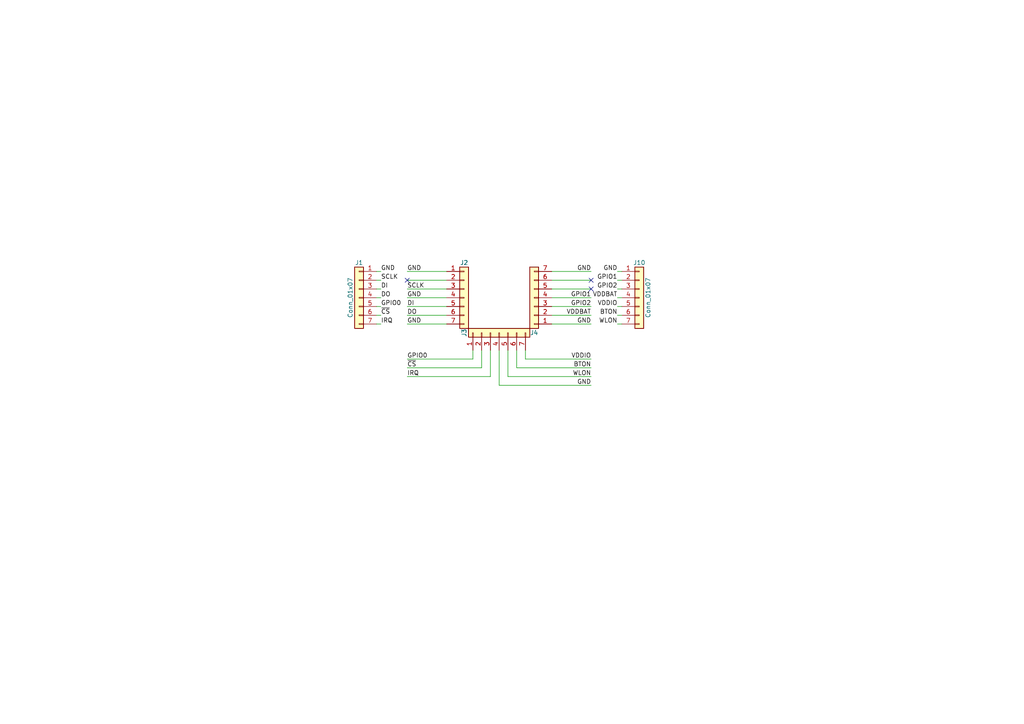
<source format=kicad_sch>
(kicad_sch (version 20211123) (generator eeschema)

  (uuid e63e39d7-6ac0-4ffd-8aa3-1841a4541b55)

  (paper "A4")

  (lib_symbols
    (symbol "Connector_Generic:Conn_01x07" (pin_names (offset 1.016) hide) (in_bom yes) (on_board yes)
      (property "Reference" "J" (id 0) (at 0 10.16 0)
        (effects (font (size 1.27 1.27)))
      )
      (property "Value" "Conn_01x07" (id 1) (at 0 -10.16 0)
        (effects (font (size 1.27 1.27)))
      )
      (property "Footprint" "" (id 2) (at 0 0 0)
        (effects (font (size 1.27 1.27)) hide)
      )
      (property "Datasheet" "~" (id 3) (at 0 0 0)
        (effects (font (size 1.27 1.27)) hide)
      )
      (property "ki_keywords" "connector" (id 4) (at 0 0 0)
        (effects (font (size 1.27 1.27)) hide)
      )
      (property "ki_description" "Generic connector, single row, 01x07, script generated (kicad-library-utils/schlib/autogen/connector/)" (id 5) (at 0 0 0)
        (effects (font (size 1.27 1.27)) hide)
      )
      (property "ki_fp_filters" "Connector*:*_1x??_*" (id 6) (at 0 0 0)
        (effects (font (size 1.27 1.27)) hide)
      )
      (symbol "Conn_01x07_1_1"
        (rectangle (start -1.27 -7.493) (end 0 -7.747)
          (stroke (width 0.1524) (type default) (color 0 0 0 0))
          (fill (type none))
        )
        (rectangle (start -1.27 -4.953) (end 0 -5.207)
          (stroke (width 0.1524) (type default) (color 0 0 0 0))
          (fill (type none))
        )
        (rectangle (start -1.27 -2.413) (end 0 -2.667)
          (stroke (width 0.1524) (type default) (color 0 0 0 0))
          (fill (type none))
        )
        (rectangle (start -1.27 0.127) (end 0 -0.127)
          (stroke (width 0.1524) (type default) (color 0 0 0 0))
          (fill (type none))
        )
        (rectangle (start -1.27 2.667) (end 0 2.413)
          (stroke (width 0.1524) (type default) (color 0 0 0 0))
          (fill (type none))
        )
        (rectangle (start -1.27 5.207) (end 0 4.953)
          (stroke (width 0.1524) (type default) (color 0 0 0 0))
          (fill (type none))
        )
        (rectangle (start -1.27 7.747) (end 0 7.493)
          (stroke (width 0.1524) (type default) (color 0 0 0 0))
          (fill (type none))
        )
        (rectangle (start -1.27 8.89) (end 1.27 -8.89)
          (stroke (width 0.254) (type default) (color 0 0 0 0))
          (fill (type background))
        )
        (pin passive line (at -5.08 7.62 0) (length 3.81)
          (name "Pin_1" (effects (font (size 1.27 1.27))))
          (number "1" (effects (font (size 1.27 1.27))))
        )
        (pin passive line (at -5.08 5.08 0) (length 3.81)
          (name "Pin_2" (effects (font (size 1.27 1.27))))
          (number "2" (effects (font (size 1.27 1.27))))
        )
        (pin passive line (at -5.08 2.54 0) (length 3.81)
          (name "Pin_3" (effects (font (size 1.27 1.27))))
          (number "3" (effects (font (size 1.27 1.27))))
        )
        (pin passive line (at -5.08 0 0) (length 3.81)
          (name "Pin_4" (effects (font (size 1.27 1.27))))
          (number "4" (effects (font (size 1.27 1.27))))
        )
        (pin passive line (at -5.08 -2.54 0) (length 3.81)
          (name "Pin_5" (effects (font (size 1.27 1.27))))
          (number "5" (effects (font (size 1.27 1.27))))
        )
        (pin passive line (at -5.08 -5.08 0) (length 3.81)
          (name "Pin_6" (effects (font (size 1.27 1.27))))
          (number "6" (effects (font (size 1.27 1.27))))
        )
        (pin passive line (at -5.08 -7.62 0) (length 3.81)
          (name "Pin_7" (effects (font (size 1.27 1.27))))
          (number "7" (effects (font (size 1.27 1.27))))
        )
      )
    )
  )


  (no_connect (at 171.45 81.28) (uuid 46582e3a-b4e4-4a01-bcaf-c602ca39b532))
  (no_connect (at 118.11 81.28) (uuid e70c9547-7326-4fd9-b183-2507a0a7343c))
  (no_connect (at 171.45 83.82) (uuid f52b58ea-658b-4c37-b6c7-fb3172c6d731))

  (wire (pts (xy 179.07 91.44) (xy 180.34 91.44))
    (stroke (width 0) (type default) (color 0 0 0 0))
    (uuid 05ffedb4-59b7-47b2-b0cd-e869780bebe2)
  )
  (wire (pts (xy 118.11 83.82) (xy 129.54 83.82))
    (stroke (width 0) (type default) (color 0 0 0 0))
    (uuid 15ceb3d4-c928-475a-b7be-eec3f581dfdf)
  )
  (wire (pts (xy 109.22 86.36) (xy 110.49 86.36))
    (stroke (width 0) (type default) (color 0 0 0 0))
    (uuid 2a79ec92-53c2-401f-af6a-1126b2cdc66a)
  )
  (wire (pts (xy 109.22 81.28) (xy 110.49 81.28))
    (stroke (width 0) (type default) (color 0 0 0 0))
    (uuid 2e6e1ecb-d8c8-43b2-8479-cdef613a1f84)
  )
  (wire (pts (xy 179.07 78.74) (xy 180.34 78.74))
    (stroke (width 0) (type default) (color 0 0 0 0))
    (uuid 362e4799-a667-4fb2-8fb9-82cc4ecd90c5)
  )
  (wire (pts (xy 144.78 101.6) (xy 144.78 111.76))
    (stroke (width 0) (type default) (color 0 0 0 0))
    (uuid 3d07d7c1-e0fc-45bb-b5af-172d9f7106f8)
  )
  (wire (pts (xy 118.11 109.22) (xy 142.24 109.22))
    (stroke (width 0) (type default) (color 0 0 0 0))
    (uuid 44617ccd-7b47-44d0-888b-aa608e2e1b26)
  )
  (wire (pts (xy 179.07 81.28) (xy 180.34 81.28))
    (stroke (width 0) (type default) (color 0 0 0 0))
    (uuid 44a562bc-3ccb-4fa7-8985-c84b49f2a9c3)
  )
  (wire (pts (xy 160.02 93.98) (xy 171.45 93.98))
    (stroke (width 0) (type default) (color 0 0 0 0))
    (uuid 44b8f2b1-9f53-49b1-8b26-fa7ce396333e)
  )
  (wire (pts (xy 109.22 93.98) (xy 110.49 93.98))
    (stroke (width 0) (type default) (color 0 0 0 0))
    (uuid 4d721ba5-b4a2-4461-8191-6597b6c87da8)
  )
  (wire (pts (xy 160.02 91.44) (xy 171.45 91.44))
    (stroke (width 0) (type default) (color 0 0 0 0))
    (uuid 525eac45-4bb2-4001-942a-5645e1194320)
  )
  (wire (pts (xy 179.07 86.36) (xy 180.34 86.36))
    (stroke (width 0) (type default) (color 0 0 0 0))
    (uuid 529902ed-0302-4de2-824f-c3b2f5ab8a64)
  )
  (wire (pts (xy 160.02 81.28) (xy 171.45 81.28))
    (stroke (width 0) (type default) (color 0 0 0 0))
    (uuid 5d359fd6-1faa-444a-9960-9f783eb64ea3)
  )
  (wire (pts (xy 118.11 81.28) (xy 129.54 81.28))
    (stroke (width 0) (type default) (color 0 0 0 0))
    (uuid 6541ea6c-52a0-4779-8465-9112fbd9866f)
  )
  (wire (pts (xy 118.11 88.9) (xy 129.54 88.9))
    (stroke (width 0) (type default) (color 0 0 0 0))
    (uuid 727880eb-911d-47d5-a9ae-1b02d50668d5)
  )
  (wire (pts (xy 118.11 78.74) (xy 129.54 78.74))
    (stroke (width 0) (type default) (color 0 0 0 0))
    (uuid 72c94e1e-3b44-4ee4-a9a6-96eb3c056b5a)
  )
  (wire (pts (xy 152.4 101.6) (xy 152.4 104.14))
    (stroke (width 0) (type default) (color 0 0 0 0))
    (uuid 77c286e7-48c1-4529-93a2-b6d059ac9648)
  )
  (wire (pts (xy 179.07 88.9) (xy 180.34 88.9))
    (stroke (width 0) (type default) (color 0 0 0 0))
    (uuid 7939306b-9b1a-4236-a8ee-dc6a2b028414)
  )
  (wire (pts (xy 149.86 101.6) (xy 149.86 106.68))
    (stroke (width 0) (type default) (color 0 0 0 0))
    (uuid 7c69fee7-1190-473b-847c-4cddb78af2ab)
  )
  (wire (pts (xy 147.32 109.22) (xy 171.45 109.22))
    (stroke (width 0) (type default) (color 0 0 0 0))
    (uuid 8a552bac-9103-44e4-a20a-127a29211d97)
  )
  (wire (pts (xy 160.02 88.9) (xy 171.45 88.9))
    (stroke (width 0) (type default) (color 0 0 0 0))
    (uuid 8b1a3d8c-d2b2-4dfb-bf39-cd71afd3e8f8)
  )
  (wire (pts (xy 109.22 78.74) (xy 110.49 78.74))
    (stroke (width 0) (type default) (color 0 0 0 0))
    (uuid a1044b72-5403-4671-a490-36467240be85)
  )
  (wire (pts (xy 139.7 101.6) (xy 139.7 106.68))
    (stroke (width 0) (type default) (color 0 0 0 0))
    (uuid a318e1be-d36a-441c-a9ee-299bae640898)
  )
  (wire (pts (xy 109.22 91.44) (xy 110.49 91.44))
    (stroke (width 0) (type default) (color 0 0 0 0))
    (uuid a3358b59-8b58-42c3-9195-0b7ea18950b3)
  )
  (wire (pts (xy 160.02 86.36) (xy 171.45 86.36))
    (stroke (width 0) (type default) (color 0 0 0 0))
    (uuid a5318ede-be79-46e0-9de8-fd532e1380c3)
  )
  (wire (pts (xy 118.11 86.36) (xy 129.54 86.36))
    (stroke (width 0) (type default) (color 0 0 0 0))
    (uuid aee88761-308b-4d8a-9506-9391ac14a443)
  )
  (wire (pts (xy 152.4 104.14) (xy 171.45 104.14))
    (stroke (width 0) (type default) (color 0 0 0 0))
    (uuid b294e115-f754-4da6-93e2-cc84167d7d07)
  )
  (wire (pts (xy 118.11 104.14) (xy 137.16 104.14))
    (stroke (width 0) (type default) (color 0 0 0 0))
    (uuid b64cdd18-c9d5-4280-b19d-f74b4ae0acef)
  )
  (wire (pts (xy 179.07 93.98) (xy 180.34 93.98))
    (stroke (width 0) (type default) (color 0 0 0 0))
    (uuid b7b631d3-2327-457e-93e2-437cfe80538e)
  )
  (wire (pts (xy 137.16 101.6) (xy 137.16 104.14))
    (stroke (width 0) (type default) (color 0 0 0 0))
    (uuid c1188cd3-8080-48f2-af99-bd7bccfe456c)
  )
  (wire (pts (xy 109.22 83.82) (xy 110.49 83.82))
    (stroke (width 0) (type default) (color 0 0 0 0))
    (uuid c579de60-31e3-4ff6-96a3-dc4b0c9d31e5)
  )
  (wire (pts (xy 160.02 78.74) (xy 171.45 78.74))
    (stroke (width 0) (type default) (color 0 0 0 0))
    (uuid d0bf88b6-6e1d-493c-a0fb-e96c32050593)
  )
  (wire (pts (xy 118.11 91.44) (xy 129.54 91.44))
    (stroke (width 0) (type default) (color 0 0 0 0))
    (uuid d900e710-254e-478a-8d3b-1b10cdd15742)
  )
  (wire (pts (xy 109.22 88.9) (xy 110.49 88.9))
    (stroke (width 0) (type default) (color 0 0 0 0))
    (uuid dda2a9af-4414-4c18-8c9a-0596076e869f)
  )
  (wire (pts (xy 142.24 101.6) (xy 142.24 109.22))
    (stroke (width 0) (type default) (color 0 0 0 0))
    (uuid ddc142e8-86c3-488a-8fae-bbe6bbc02c68)
  )
  (wire (pts (xy 160.02 83.82) (xy 171.45 83.82))
    (stroke (width 0) (type default) (color 0 0 0 0))
    (uuid e17fe316-6df7-49bc-843d-9cd1ba7ad0da)
  )
  (wire (pts (xy 147.32 101.6) (xy 147.32 109.22))
    (stroke (width 0) (type default) (color 0 0 0 0))
    (uuid e3d7182e-1a07-47ce-9638-ea7058dc13ec)
  )
  (wire (pts (xy 118.11 93.98) (xy 129.54 93.98))
    (stroke (width 0) (type default) (color 0 0 0 0))
    (uuid e3e586e3-e6ec-49fc-a350-16108fbff93e)
  )
  (wire (pts (xy 144.78 111.76) (xy 171.45 111.76))
    (stroke (width 0) (type default) (color 0 0 0 0))
    (uuid ed9da59e-deb6-4510-9127-84103ef46161)
  )
  (wire (pts (xy 179.07 83.82) (xy 180.34 83.82))
    (stroke (width 0) (type default) (color 0 0 0 0))
    (uuid f021e020-1f10-4172-8ee7-d223c4bd44c4)
  )
  (wire (pts (xy 149.86 106.68) (xy 171.45 106.68))
    (stroke (width 0) (type default) (color 0 0 0 0))
    (uuid f030fc88-dbb3-426a-8998-37eb93b77409)
  )
  (wire (pts (xy 118.11 106.68) (xy 139.7 106.68))
    (stroke (width 0) (type default) (color 0 0 0 0))
    (uuid f36c8698-f5ba-4a94-ab7e-766aa7374f35)
  )

  (label "VDDIO" (at 171.45 104.14 180)
    (effects (font (size 1.27 1.27)) (justify right bottom))
    (uuid 08440e6c-f81b-4a70-814c-6a8cb8453706)
  )
  (label "IRQ" (at 118.11 109.22 0)
    (effects (font (size 1.27 1.27)) (justify left bottom))
    (uuid 0e1e8bd0-6dc1-432d-80d8-595d2ec7f22c)
  )
  (label "BTON" (at 171.45 106.68 180)
    (effects (font (size 1.27 1.27)) (justify right bottom))
    (uuid 127680d5-3f96-4d0a-93d9-fadc7ceb44b4)
  )
  (label "GND" (at 179.07 78.74 180)
    (effects (font (size 1.27 1.27)) (justify right bottom))
    (uuid 24e466b2-0d5e-4f00-a253-e2301ad8e0d9)
  )
  (label "GND" (at 118.11 78.74 0)
    (effects (font (size 1.27 1.27)) (justify left bottom))
    (uuid 2a3f8f3f-2314-464f-9ff5-28c75c32f1f6)
  )
  (label "BTON" (at 179.07 91.44 180)
    (effects (font (size 1.27 1.27)) (justify right bottom))
    (uuid 35fc16d8-f83a-46ee-b1f0-aebb9ab89d43)
  )
  (label "GPIO2" (at 171.45 88.9 180)
    (effects (font (size 1.27 1.27)) (justify right bottom))
    (uuid 3eede8ea-235f-4808-a4cb-4e5e96ac4af2)
  )
  (label "DO" (at 110.49 86.36 0)
    (effects (font (size 1.27 1.27)) (justify left bottom))
    (uuid 49bfddaa-88e9-4251-b078-a2808e6c7d0f)
  )
  (label "GND" (at 171.45 78.74 180)
    (effects (font (size 1.27 1.27)) (justify right bottom))
    (uuid 5524e0f5-ac7e-4f65-8bb4-a2936f962f73)
  )
  (label "DO" (at 118.11 91.44 0)
    (effects (font (size 1.27 1.27)) (justify left bottom))
    (uuid 75f0a9d5-8638-4b66-8eb3-30de97bea0b7)
  )
  (label "GND" (at 118.11 86.36 0)
    (effects (font (size 1.27 1.27)) (justify left bottom))
    (uuid 78c1547c-3f2d-480d-bed5-7e84a7212f3d)
  )
  (label "GPIO1" (at 171.45 86.36 180)
    (effects (font (size 1.27 1.27)) (justify right bottom))
    (uuid 7a37873e-b836-416a-8589-35dbb1eeb7af)
  )
  (label "DI" (at 118.11 88.9 0)
    (effects (font (size 1.27 1.27)) (justify left bottom))
    (uuid 7d07cfb0-7c3f-4946-abe8-675e9ae6d457)
  )
  (label "~{CS}" (at 118.11 106.68 0)
    (effects (font (size 1.27 1.27)) (justify left bottom))
    (uuid 7dc18a14-a589-455c-915e-1920371a8388)
  )
  (label "GND" (at 110.49 78.74 0)
    (effects (font (size 1.27 1.27)) (justify left bottom))
    (uuid 83ba8123-afa9-4735-adcc-ed5c275afdaf)
  )
  (label "GPIO1" (at 179.07 81.28 180)
    (effects (font (size 1.27 1.27)) (justify right bottom))
    (uuid 84539825-fe38-4f3d-9096-4624480723a3)
  )
  (label "GPIO0" (at 118.11 104.14 0)
    (effects (font (size 1.27 1.27)) (justify left bottom))
    (uuid 86ad9e03-4d02-4823-949e-4b55a5cd1dff)
  )
  (label "IRQ" (at 110.49 93.98 0)
    (effects (font (size 1.27 1.27)) (justify left bottom))
    (uuid 894d877d-7f64-46bb-b9f5-8d070bedc3e5)
  )
  (label "GND" (at 171.45 93.98 180)
    (effects (font (size 1.27 1.27)) (justify right bottom))
    (uuid 8c64c997-3c10-472b-af67-28e4bf4ee164)
  )
  (label "GND" (at 171.45 111.76 180)
    (effects (font (size 1.27 1.27)) (justify right bottom))
    (uuid 917f6f15-d49d-45a9-9ac9-08efb850c4ab)
  )
  (label "GPIO0" (at 110.49 88.9 0)
    (effects (font (size 1.27 1.27)) (justify left bottom))
    (uuid a714d1e2-c71d-4099-a45e-38a7a387067c)
  )
  (label "SCLK" (at 118.11 83.82 0)
    (effects (font (size 1.27 1.27)) (justify left bottom))
    (uuid aa9ddba6-eb33-403a-ab70-1238e2d05fe0)
  )
  (label "SCLK" (at 110.49 81.28 0)
    (effects (font (size 1.27 1.27)) (justify left bottom))
    (uuid b11fb7b4-ca09-4e41-9a05-e0849a048d02)
  )
  (label "VDDIO" (at 179.07 88.9 180)
    (effects (font (size 1.27 1.27)) (justify right bottom))
    (uuid b4022f84-f219-4a8a-98d8-74d56864cf27)
  )
  (label "VDDBAT" (at 171.45 91.44 180)
    (effects (font (size 1.27 1.27)) (justify right bottom))
    (uuid c066860b-ce93-471a-aafa-0e6d3efd0079)
  )
  (label "~{CS}" (at 110.49 91.44 0)
    (effects (font (size 1.27 1.27)) (justify left bottom))
    (uuid c35573f2-a2cb-41a0-ab4f-4958b2083c64)
  )
  (label "VDDBAT" (at 179.07 86.36 180)
    (effects (font (size 1.27 1.27)) (justify right bottom))
    (uuid c7240238-628b-4bdb-b26e-003b5ed87c5e)
  )
  (label "DI" (at 110.49 83.82 0)
    (effects (font (size 1.27 1.27)) (justify left bottom))
    (uuid d20ca712-4191-4ea8-a604-77470e84cc07)
  )
  (label "WLON" (at 171.45 109.22 180)
    (effects (font (size 1.27 1.27)) (justify right bottom))
    (uuid da3ddc08-2e30-4be5-95d1-9087c0820f14)
  )
  (label "WLON" (at 179.07 93.98 180)
    (effects (font (size 1.27 1.27)) (justify right bottom))
    (uuid df208eb6-5c78-4d45-ad80-231494684f7a)
  )
  (label "GND" (at 118.11 93.98 0)
    (effects (font (size 1.27 1.27)) (justify left bottom))
    (uuid f3952350-43c8-4cf8-9a38-28c067852afb)
  )
  (label "GPIO2" (at 179.07 83.82 180)
    (effects (font (size 1.27 1.27)) (justify right bottom))
    (uuid f546bb73-96de-4ee0-9bed-b7f7dd3cd466)
  )

  (symbol (lib_id "Connector_Generic:Conn_01x07") (at 185.42 86.36 0) (unit 1)
    (in_bom yes) (on_board yes)
    (uuid 07e13863-bd02-4902-95bb-751411a906f0)
    (property "Reference" "J10" (id 0) (at 185.42 76.2 0))
    (property "Value" "Conn_01x07" (id 1) (at 187.96 86.36 90))
    (property "Footprint" "Connector_PinHeader_2.54mm:PinHeader_1x07_P2.54mm_Vertical" (id 2) (at 185.42 86.36 0)
      (effects (font (size 1.27 1.27)) hide)
    )
    (property "Datasheet" "~" (id 3) (at 185.42 86.36 0)
      (effects (font (size 1.27 1.27)) hide)
    )
    (pin "1" (uuid 3cef2940-746c-45e3-9107-83eef849fa15))
    (pin "2" (uuid c7b292b0-ac16-4994-a215-fc8f695c12a1))
    (pin "3" (uuid 8cc2e8a9-4547-415e-a335-e319531e3f17))
    (pin "4" (uuid 473fe26e-3508-4fcd-8099-026d2891577e))
    (pin "5" (uuid 6174b230-202a-4544-ac7f-e496c309c9b4))
    (pin "6" (uuid 6f6868f2-ab8b-43a0-9153-05949a122e58))
    (pin "7" (uuid f90dade9-e357-4ff5-906b-e9f94c8a25dc))
  )

  (symbol (lib_id "Connector_Generic:Conn_01x07") (at 144.78 96.52 90) (unit 1)
    (in_bom yes) (on_board yes)
    (uuid 0fee15de-bb7d-4d51-8ffc-fa22ca1eb807)
    (property "Reference" "J3" (id 0) (at 134.62 96.52 0))
    (property "Value" "Conn_01x07" (id 1) (at 146.0499 93.98 0)
      (effects (font (size 1.27 1.27)) (justify left) hide)
    )
    (property "Footprint" "FlexyPin:FlexyPin_1x07_P1.50mm" (id 2) (at 144.78 96.52 0)
      (effects (font (size 1.27 1.27)) hide)
    )
    (property "Datasheet" "~" (id 3) (at 144.78 96.52 0)
      (effects (font (size 1.27 1.27)) hide)
    )
    (pin "1" (uuid 40f9d042-7294-4d89-8b0e-6d4994314f8a))
    (pin "2" (uuid ea098dce-2ac2-48ab-aadf-2a05f53049cf))
    (pin "3" (uuid 28e7355a-6578-409f-bc73-de4aa5992613))
    (pin "4" (uuid ce31eab6-d4c8-4305-80fb-21f44c42ed98))
    (pin "5" (uuid b594a2f6-c38f-4883-a910-b800b3c0b9db))
    (pin "6" (uuid afeddfb2-abfb-42ba-8ba3-2eb3b0beefbd))
    (pin "7" (uuid 1ea9bd33-4a60-478c-a39a-94e94b98087e))
  )

  (symbol (lib_id "Connector_Generic:Conn_01x07") (at 134.62 86.36 0) (unit 1)
    (in_bom yes) (on_board yes)
    (uuid 6d1ed76c-5ec1-49c7-984e-5dc4e602ef86)
    (property "Reference" "J2" (id 0) (at 134.62 76.2 0))
    (property "Value" "Conn_01x07" (id 1) (at 137.16 87.6299 0)
      (effects (font (size 1.27 1.27)) (justify left) hide)
    )
    (property "Footprint" "FlexyPin:FlexyPin_1x07_P1.50mm" (id 2) (at 134.62 86.36 0)
      (effects (font (size 1.27 1.27)) hide)
    )
    (property "Datasheet" "~" (id 3) (at 134.62 86.36 0)
      (effects (font (size 1.27 1.27)) hide)
    )
    (pin "1" (uuid e70fe4fe-73b0-429b-88ee-1f5c8d2a7bf8))
    (pin "2" (uuid 6210fc6c-d612-48d8-93fc-c610603c35ee))
    (pin "3" (uuid 41286e87-7ed4-4fd3-8c1b-a7f3007c04a1))
    (pin "4" (uuid d709a9fe-f0d9-4137-9069-6c5a0458aae5))
    (pin "5" (uuid 4d155e6f-a90e-4996-a4af-1a6f3d961e00))
    (pin "6" (uuid e6609eb6-dd58-4fae-982a-e00e317256b3))
    (pin "7" (uuid 38c55b55-3bca-402d-8a85-10760c76b8eb))
  )

  (symbol (lib_id "Connector_Generic:Conn_01x07") (at 104.14 86.36 0) (mirror y) (unit 1)
    (in_bom yes) (on_board yes)
    (uuid 9397719b-4a3b-4984-a470-967198532930)
    (property "Reference" "J1" (id 0) (at 104.14 76.2 0))
    (property "Value" "Conn_01x07" (id 1) (at 101.6 86.36 90))
    (property "Footprint" "Connector_PinHeader_2.54mm:PinHeader_1x07_P2.54mm_Vertical" (id 2) (at 104.14 86.36 0)
      (effects (font (size 1.27 1.27)) hide)
    )
    (property "Datasheet" "~" (id 3) (at 104.14 86.36 0)
      (effects (font (size 1.27 1.27)) hide)
    )
    (pin "1" (uuid 097d3097-fa09-4a32-9be1-1cd4c3b41b74))
    (pin "2" (uuid 79783b93-0df9-4b72-a9f5-79822605c3d4))
    (pin "3" (uuid 6480f567-1219-4839-b79c-b60ce0891d2c))
    (pin "4" (uuid a9a879f6-429a-422f-9cd1-9d46c6d9a893))
    (pin "5" (uuid 21ad2d31-87c0-48d0-b099-35e068b945ed))
    (pin "6" (uuid ef14ff7d-933f-4ed7-81b7-b321bc525673))
    (pin "7" (uuid b4771cce-1d27-4bd0-9569-66cea3f85bdb))
  )

  (symbol (lib_id "Connector_Generic:Conn_01x07") (at 154.94 86.36 180) (unit 1)
    (in_bom yes) (on_board yes)
    (uuid da9014e1-e948-4529-84e4-ad01a8c9f222)
    (property "Reference" "J4" (id 0) (at 154.94 96.52 0))
    (property "Value" "Conn_01x07" (id 1) (at 152.4 85.0901 0)
      (effects (font (size 1.27 1.27)) (justify left) hide)
    )
    (property "Footprint" "FlexyPin:FlexyPin_1x07_P1.50mm" (id 2) (at 154.94 86.36 0)
      (effects (font (size 1.27 1.27)) hide)
    )
    (property "Datasheet" "~" (id 3) (at 154.94 86.36 0)
      (effects (font (size 1.27 1.27)) hide)
    )
    (pin "1" (uuid ac5a324b-3913-43f2-afa4-c6504a2a4535))
    (pin "2" (uuid 969d6ca3-52a3-41a3-bcd8-e89b24c864be))
    (pin "3" (uuid 1087c2ae-e0c4-4e94-b94b-ee8909fe5db6))
    (pin "4" (uuid 987366d6-3b3a-4571-9632-3a2fbcf4c2d0))
    (pin "5" (uuid f006c9e4-9e19-4334-b9e4-981cd1202350))
    (pin "6" (uuid 00611955-143b-4a2c-90ea-6367bce83630))
    (pin "7" (uuid ed9dd98e-54fb-4604-a96f-d2ea3639abb7))
  )

  (sheet_instances
    (path "/" (page "1"))
  )

  (symbol_instances
    (path "/9397719b-4a3b-4984-a470-967198532930"
      (reference "J1") (unit 1) (value "Conn_01x07") (footprint "Connector_PinHeader_2.54mm:PinHeader_1x07_P2.54mm_Vertical")
    )
    (path "/6d1ed76c-5ec1-49c7-984e-5dc4e602ef86"
      (reference "J2") (unit 1) (value "Conn_01x07") (footprint "FlexyPin:FlexyPin_1x07_P1.50mm")
    )
    (path "/0fee15de-bb7d-4d51-8ffc-fa22ca1eb807"
      (reference "J3") (unit 1) (value "Conn_01x07") (footprint "FlexyPin:FlexyPin_1x07_P1.50mm")
    )
    (path "/da9014e1-e948-4529-84e4-ad01a8c9f222"
      (reference "J4") (unit 1) (value "Conn_01x07") (footprint "FlexyPin:FlexyPin_1x07_P1.50mm")
    )
    (path "/07e13863-bd02-4902-95bb-751411a906f0"
      (reference "J10") (unit 1) (value "Conn_01x07") (footprint "Connector_PinHeader_2.54mm:PinHeader_1x07_P2.54mm_Vertical")
    )
  )
)

</source>
